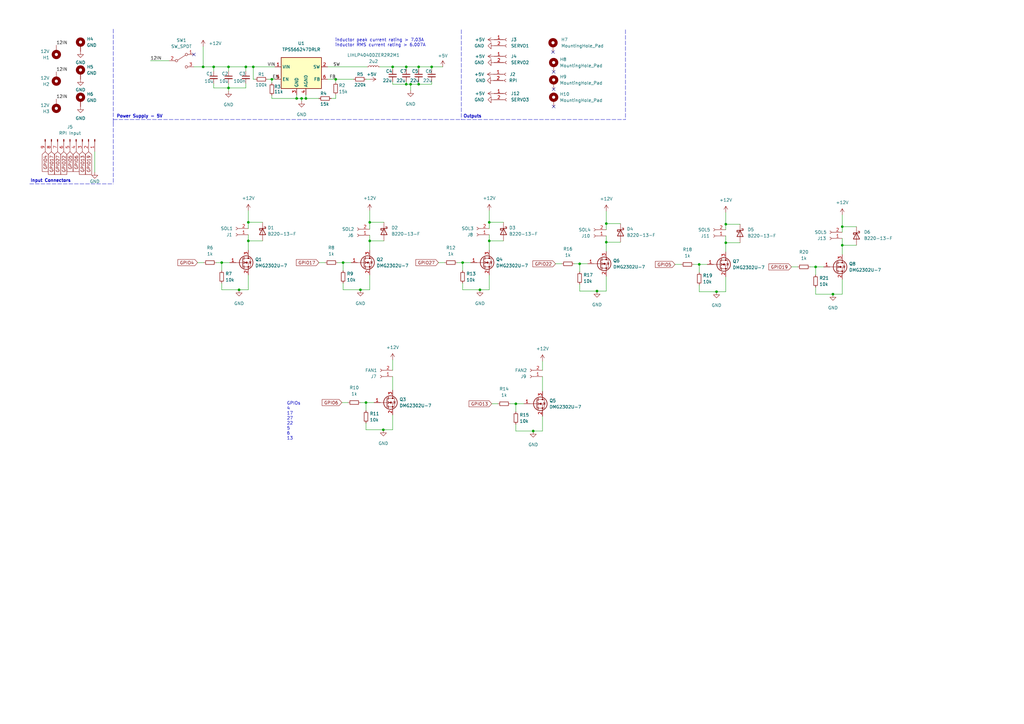
<source format=kicad_sch>
(kicad_sch (version 20211123) (generator eeschema)
  (paper "A3")
  (title_block (title "Main Power Supply/Drivers") (date "2022-10-10") (rev "v5"))
  (lib_symbols
    (symbol "Connector:Conn_01x02_Female" (pin_names (offset 1.016) hide)
      (property "Reference" "J" (at 0 2.54 0))
      (property "Value" "Conn_01x02_Female" (at 0 -5.08 0))
      (symbol "Conn_01x02_Female_1_1"
        (arc (start 0 -2.032) (mid -0.508 -2.54) (end 0 -3.048) (stroke (width 0.1524)))
        (polyline (pts (xy -1.27 -2.54) (xy -0.508 -2.54)) (stroke (width 0.1524)))
        (polyline (pts (xy -1.27 0) (xy -0.508 0)) (stroke (width 0.1524)))
        (arc (start 0 0.508) (mid -0.508 0) (end 0 -0.508) (stroke (width 0.1524)))
        (pin passive line (at -5.08 0 0) (length 3.81) (name "Pin_1") (number "1"))
        (pin passive line (at -5.08 -2.54 0) (length 3.81) (name "Pin_2") (number "2"))
      )
    )
    (symbol "Connector:Conn_01x09_Male" (pin_names (offset 1.016) hide)
      (property "Reference" "J" (at 0 12.7 0))
      (property "Value" "Conn_01x09_Male" (at 0 -12.7 0))
      (symbol "Conn_01x09_Male_1_1"
        (polyline (pts (xy 1.27 -10.16) (xy 0.8636 -10.16)) (stroke (width 0.1524)))
        (polyline (pts (xy 1.27 -7.62) (xy 0.8636 -7.62)) (stroke (width 0.1524)))
        (polyline (pts (xy 1.27 -5.08) (xy 0.8636 -5.08)) (stroke (width 0.1524)))
        (polyline (pts (xy 1.27 -2.54) (xy 0.8636 -2.54)) (stroke (width 0.1524)))
        (polyline (pts (xy 1.27 0) (xy 0.8636 0)) (stroke (width 0.1524)))
        (polyline (pts (xy 1.27 2.54) (xy 0.8636 2.54)) (stroke (width 0.1524)))
        (polyline (pts (xy 1.27 5.08) (xy 0.8636 5.08)) (stroke (width 0.1524)))
        (polyline (pts (xy 1.27 7.62) (xy 0.8636 7.62)) (stroke (width 0.1524)))
        (polyline (pts (xy 1.27 10.16) (xy 0.8636 10.16)) (stroke (width 0.1524)))
        (rectangle (start 0.8636 -10.033) (end 0 -10.287) (stroke (width 0.1524)) (fill (type outline)))
        (rectangle (start 0.8636 -7.493) (end 0 -7.747) (stroke (width 0.1524)) (fill (type outline)))
        (rectangle (start 0.8636 -4.953) (end 0 -5.207) (stroke (width 0.1524)) (fill (type outline)))
        (rectangle (start 0.8636 -2.413) (end 0 -2.667) (stroke (width 0.1524)) (fill (type outline)))
        (rectangle (start 0.8636 0.127) (end 0 -0.127) (stroke (width 0.1524)) (fill (type outline)))
        (rectangle (start 0.8636 2.667) (end 0 2.413) (stroke (width 0.1524)) (fill (type outline)))
        (rectangle (start 0.8636 5.207) (end 0 4.953) (stroke (width 0.1524)) (fill (type outline)))
        (rectangle (start 0.8636 7.747) (end 0 7.493) (stroke (width 0.1524)) (fill (type outline)))
        (rectangle (start 0.8636 10.287) (end 0 10.033) (stroke (width 0.1524)) (fill (type outline)))
        (pin passive line (at 5.08 10.16 180) (length 3.81) (name "Pin_1") (number "1"))
        (pin passive line (at 5.08 7.62 180) (length 3.81) (name "Pin_2") (number "2"))
        (pin passive line (at 5.08 5.08 180) (length 3.81) (name "Pin_3") (number "3"))
        (pin passive line (at 5.08 2.54 180) (length 3.81) (name "Pin_4") (number "4"))
        (pin passive line (at 5.08 0 180) (length 3.81) (name "Pin_5") (number "5"))
        (pin passive line (at 5.08 -2.54 180) (length 3.81) (name "Pin_6") (number "6"))
        (pin passive line (at 5.08 -5.08 180) (length 3.81) (name "Pin_7") (number "7"))
        (pin passive line (at 5.08 -7.62 180) (length 3.81) (name "Pin_8") (number "8"))
        (pin passive line (at 5.08 -10.16 180) (length 3.81) (name "Pin_9") (number "9"))
      )
    )
    (symbol "Device:C_Small" (pin_numbers hide) (pin_names (offset 0.254) hide)
      (property "Reference" "C" (at 0.254 1.778 0))
      (property "Value" "C_Small" (at 0.254 -2.032 0))
      (symbol "C_Small_0_1"
        (polyline (pts (xy -1.524 -0.508) (xy 1.524 -0.508)) (stroke (width 0.3302)))
        (polyline (pts (xy -1.524 0.508) (xy 1.524 0.508)) (stroke (width 0.3048)))
      )
      (symbol "C_Small_1_1"
        (pin passive line (at 0 2.54 270) (length 2.032) (name "~") (number "1"))
        (pin passive line (at 0 -2.54 90) (length 2.032) (name "~") (number "2"))
      )
    )
    (symbol "Device:L_Small" (pin_numbers hide) (pin_names (offset 0.254) hide)
      (property "Reference" "L" (at 0.762 1.016 0))
      (property "Value" "L_Small" (at 0.762 -1.016 0))
      (symbol "L_Small_0_1"
        (arc (start 0 -2.032) (mid 0.508 -1.524) (end 0 -1.016))
        (arc (start 0 -1.016) (mid 0.508 -0.508) (end 0 0))
        (arc (start 0 0) (mid 0.508 0.508) (end 0 1.016))
        (arc (start 0 1.016) (mid 0.508 1.524) (end 0 2.032))
      )
      (symbol "L_Small_1_1"
        (pin passive line (at 0 2.54 270) (length 0.508) (name "~") (number "1"))
        (pin passive line (at 0 -2.54 90) (length 0.508) (name "~") (number "2"))
      )
    )
    (symbol "Device:R_Small" (pin_numbers hide) (pin_names (offset 0.254) hide)
      (property "Reference" "R" (at 0.762 0.508 0))
      (property "Value" "R_Small" (at 0.762 -1.016 0))
      (symbol "R_Small_0_1"
        (rectangle (start -0.762 1.778) (end 0.762 -1.778) (stroke (width 0.2032)))
      )
      (symbol "R_Small_1_1"
        (pin passive line (at 0 2.54 270) (length 0.762) (name "~") (number "1"))
        (pin passive line (at 0 -2.54 90) (length 0.762) (name "~") (number "2"))
      )
    )
    (symbol "Diode:B220" (pin_numbers hide) (pin_names (offset 1.016) hide)
      (property "Reference" "D" (at 0 2.54 0))
      (property "Value" "B220" (at 0 -2.54 0))
      (symbol "B220_0_1"
        (polyline (pts (xy 1.27 0) (xy -1.27 0)))
        (polyline (pts (xy 1.27 1.27) (xy 1.27 -1.27) (xy -1.27 0) (xy 1.27 1.27)) (stroke (width 0.254)))
        (polyline (pts (xy -1.905 0.635) (xy -1.905 1.27) (xy -1.27 1.27) (xy -1.27 -1.27) (xy -0.635 -1.27) (xy -0.635 -0.635)) (stroke (width 0.254)))
      )
      (symbol "B220_1_1"
        (pin passive line (at -3.81 0 0) (length 2.54) (name "K") (number "1"))
        (pin passive line (at 3.81 0 180) (length 2.54) (name "A") (number "2"))
      )
    )
    (symbol "Mechanical:MountingHole_Pad" (pin_numbers hide) (pin_names (offset 1.016) hide)
      (property "Reference" "H" (at 0 6.35 0))
      (property "Value" "MountingHole_Pad" (at 0 4.445 0))
      (symbol "MountingHole_Pad_0_1"
        (circle (center 0 1.27) (radius 1.27) (stroke (width 1.27)))
      )
      (symbol "MountingHole_Pad_1_1"
        (pin input line (at 0 -2.54 90) (length 2.54) (name "1") (number "1"))
      )
    )
    (symbol "Switch:SW_SPDT" (pin_names (offset 0) hide)
      (property "Reference" "SW" (at 0 4.318 0))
      (property "Value" "SW_SPDT" (at 0 -5.08 0))
      (symbol "SW_SPDT_0_0"
        (circle (center -2.032 0) (radius 0.508))
        (circle (center 2.032 -2.54) (radius 0.508))
      )
      (symbol "SW_SPDT_0_1"
        (polyline (pts (xy -1.524 0.254) (xy 1.651 2.286)))
        (circle (center 2.032 2.54) (radius 0.508))
      )
      (symbol "SW_SPDT_1_1"
        (pin passive line (at 5.08 2.54 180) (length 2.54) (name "A") (number "1"))
        (pin passive line (at -5.08 0 0) (length 2.54) (name "B") (number "2"))
        (pin passive line (at 5.08 -2.54 180) (length 2.54) (name "C") (number "3"))
      )
    )
    (symbol "Transistor_FET:DMG2302U" (pin_names hide)
      (property "Reference" "Q" (at 5.08 1.905 0))
      (property "Value" "DMG2302U" (at 5.08 0 0))
      (symbol "DMG2302U_0_1"
        (polyline (pts (xy 0.254 0) (xy -2.54 0)))
        (polyline (pts (xy 0.254 1.905) (xy 0.254 -1.905)) (stroke (width 0.254)))
        (polyline (pts (xy 0.762 -1.27) (xy 0.762 -2.286)) (stroke (width 0.254)))
        (polyline (pts (xy 0.762 0.508) (xy 0.762 -0.508)) (stroke (width 0.254)))
        (polyline (pts (xy 0.762 2.286) (xy 0.762 1.27)) (stroke (width 0.254)))
        (polyline (pts (xy 2.54 2.54) (xy 2.54 1.778)))
        (polyline (pts (xy 2.54 -2.54) (xy 2.54 0) (xy 0.762 0)))
        (polyline (pts (xy 0.762 -1.778) (xy 3.302 -1.778) (xy 3.302 1.778) (xy 0.762 1.778)))
        (polyline (pts (xy 1.016 0) (xy 2.032 0.381) (xy 2.032 -0.381) (xy 1.016 0)) (fill (type outline)))
        (polyline (pts (xy 2.794 0.508) (xy 2.921 0.381) (xy 3.683 0.381) (xy 3.81 0.254)))
        (polyline (pts (xy 3.302 0.381) (xy 2.921 -0.254) (xy 3.683 -0.254) (xy 3.302 0.381)))
        (circle (center 1.651 0) (radius 2.794) (stroke (width 0.254)))
        (circle (center 2.54 -1.778) (radius 0.254) (fill (type outline)))
        (circle (center 2.54 1.778) (radius 0.254) (fill (type outline)))
      )
      (symbol "DMG2302U_1_1"
        (pin input line (at -5.08 0 0) (length 2.54) (name "G") (number "1"))
        (pin passive line (at 2.54 -5.08 90) (length 2.54) (name "S") (number "2"))
        (pin passive line (at 2.54 5.08 270) (length 2.54) (name "D") (number "3"))
      )
    )
    (symbol "my_sym:TPS566247DRLR"
      (property "Reference" "U" (at -7.62 6.35 0))
      (property "Value" "TPS566247DRLR" (at -3.81 6.35 0))
      (symbol "TPS566247DRLR_0_1"
        (rectangle (start -7.62 5.08) (end 8.89 -7.62) (stroke (width 0.254)) (fill (type background)))
      )
      (symbol "TPS566247DRLR_1_1"
        (pin power_in line (at -10.16 1.27 0) (length 2.54) (name "VIN") (number "1"))
        (pin output line (at 11.43 1.27 180) (length 2.54) (name "SW") (number "2"))
        (pin power_in line (at -1.27 -10.16 90) (length 2.54) (name "GND") (number "3"))
        (pin power_in line (at 2.54 -10.16 90) (length 2.54) (name "AGND") (number "4"))
        (pin input line (at -10.16 -3.81 0) (length 2.54) (name "EN") (number "5"))
        (pin input line (at 11.43 -3.81 180) (length 2.54) (name "FB") (number "6"))
      )
    )
    (symbol "power:+12V" (power) (pin_names (offset 0))
      (property "Value" "+12V" (at 0 3.556 0))
      (symbol "+12V_0_1"
        (polyline (pts (xy -0.762 1.27) (xy 0 2.54)))
        (polyline (pts (xy 0 0) (xy 0 2.54)))
        (polyline (pts (xy 0 2.54) (xy 0.762 1.27)))
      )
      (symbol "+12V_1_1"
        (pin power_in line (at 0 0 90) (length 0) hide (name "+12V") (number "1"))
      )
    )
    (symbol "power:+5V" (power) (pin_names (offset 0))
      (property "Value" "+5V" (at 0 3.556 0))
      (symbol "+5V_0_1"
        (polyline (pts (xy -0.762 1.27) (xy 0 2.54)))
        (polyline (pts (xy 0 0) (xy 0 2.54)))
        (polyline (pts (xy 0 2.54) (xy 0.762 1.27)))
      )
      (symbol "+5V_1_1"
        (pin power_in line (at 0 0 90) (length 0) hide (name "+5V") (number "1"))
      )
    )
    (symbol "power:GND" (power) (pin_names (offset 0))
      (property "Value" "GND" (at 0 -3.81 0))
      (symbol "GND_0_1"
        (polyline (pts (xy 0 0) (xy 0 -1.27) (xy 1.27 -1.27) (xy 0 -2.54) (xy -1.27 -1.27) (xy 0 -1.27)))
      )
      (symbol "GND_1_1"
        (pin power_in line (at 0 0 270) (length 0) hide (name "GND") (number "1"))
      )
    )
  )
  (junction (at 293.878 119.634))
  (junction (at 189.738 107.696))
  (junction (at 125.476 40.386))
  (junction (at 345.44 92.964))
  (junction (at 237.744 108.204))
  (junction (at 151.638 91.186))
  (junction (at 150.114 165.1))
  (junction (at 123.698 40.386))
  (junction (at 248.666 99.314))
  (junction (at 90.932 107.696))
  (junction (at 196.85 118.872))
  (junction (at 218.694 176.784))
  (junction (at 297.688 91.948))
  (junction (at 244.856 119.38))
  (junction (at 137.668 32.512))
  (junction (at 93.726 27.432))
  (junction (at 111.506 32.512))
  (junction (at 166.624 34.544))
  (junction (at 171.704 34.544))
  (junction (at 177.038 27.432))
  (junction (at 83.312 27.432))
  (junction (at 345.44 100.584))
  (junction (at 211.582 165.608))
  (junction (at 297.688 99.568))
  (junction (at 200.66 91.186))
  (junction (at 98.044 118.872))
  (junction (at 103.886 27.432))
  (junction (at 334.518 109.474))
  (junction (at 151.638 98.806))
  (junction (at 168.402 34.544))
  (junction (at 171.704 27.432))
  (junction (at 200.66 98.806))
  (junction (at 161.036 27.432))
  (junction (at 101.854 98.806))
  (junction (at 100.838 27.432))
  (junction (at 166.624 27.432))
  (junction (at 140.716 107.696))
  (junction (at 341.63 120.65))
  (junction (at 101.854 91.186))
  (junction (at 157.226 176.276))
  (junction (at 286.766 108.458))
  (junction (at 87.63 27.432))
  (junction (at 248.666 91.694))
  (junction (at 147.828 118.872))
  (junction (at 121.666 40.386))
  (junction (at 93.726 36.068))
  (no_connect (at 79.502 22.352))
  (no_connect (at 227.076 43.688))
  (no_connect (at 227.076 36.576))
  (no_connect (at 227.076 29.464))
  (no_connect (at 226.822 21.336))
  (wire (pts (xy 286.766 108.458) (xy 290.068 108.458)))
  (wire (pts (xy 93.726 36.068) (xy 100.838 36.068)))
  (wire (pts (xy 101.854 98.806) (xy 107.696 98.806)))
  (wire (pts (xy 200.66 96.266) (xy 200.66 98.806)))
  (wire (pts (xy 151.638 86.36) (xy 151.638 91.186)))
  (wire (pts (xy 83.312 19.05) (xy 83.312 27.432)))
  (wire (pts (xy 90.932 116.078) (xy 90.932 118.872)))
  (wire (pts (xy 100.838 27.432) (xy 103.886 27.432)))
  (wire (pts (xy 123.698 40.386) (xy 125.476 40.386)))
  (wire (pts (xy 297.688 99.568) (xy 303.53 99.568)))
  (wire (pts (xy 166.624 33.528) (xy 166.624 34.544)))
  (wire (pts (xy 151.638 112.776) (xy 151.638 118.872)))
  (wire (pts (xy 93.726 27.432) (xy 100.838 27.432)))
  (wire (pts (xy 345.44 97.79) (xy 345.44 100.584)))
  (wire (pts (xy 345.44 100.584) (xy 345.44 104.394)))
  (polyline (pts (xy 12.192 75.438) (xy 46.482 75.438)))
  (wire (pts (xy 81.026 107.696) (xy 83.566 107.696)))
  (wire (pts (xy 104.648 32.512) (xy 103.886 32.512)))
  (wire (pts (xy 112.776 32.512) (xy 111.506 32.512)))
  (wire (pts (xy 211.582 173.99) (xy 211.582 176.784)))
  (wire (pts (xy 111.506 39.116) (xy 111.506 40.386)))
  (wire (pts (xy 177.038 28.448) (xy 177.038 27.432)))
  (wire (pts (xy 98.044 118.872) (xy 101.854 118.872)))
  (wire (pts (xy 200.66 91.186) (xy 200.66 93.726)))
  (wire (pts (xy 237.744 119.38) (xy 244.856 119.38)))
  (wire (pts (xy 345.44 92.964) (xy 351.282 92.964)))
  (wire (pts (xy 171.704 28.448) (xy 171.704 27.432)))
  (wire (pts (xy 137.668 38.862) (xy 137.668 40.386)))
  (wire (pts (xy 100.838 29.21) (xy 100.838 27.432)))
  (wire (pts (xy 171.704 27.432) (xy 177.038 27.432)))
  (wire (pts (xy 211.582 165.608) (xy 211.582 168.91)))
  (wire (pts (xy 334.518 109.474) (xy 334.518 112.776)))
  (wire (pts (xy 209.296 165.608) (xy 211.582 165.608)))
  (wire (pts (xy 150.114 176.276) (xy 157.226 176.276)))
  (wire (pts (xy 125.476 40.386) (xy 130.81 40.386)))
  (polyline (pts (xy 161.798 49.022) (xy 189.23 49.022)))
  (wire (pts (xy 200.66 98.806) (xy 200.66 102.616)))
  (wire (pts (xy 237.744 116.586) (xy 237.744 119.38)))
  (wire (pts (xy 157.226 176.276) (xy 161.036 176.276)))
  (wire (pts (xy 200.66 98.806) (xy 206.502 98.806)))
  (wire (pts (xy 222.504 154.432) (xy 222.504 160.528)))
  (polyline (pts (xy 46.482 49.022) (xy 161.798 49.022)))
  (polyline (pts (xy 46.482 50.292) (xy 46.482 48.768)))
  (wire (pts (xy 151.638 96.52) (xy 151.638 98.806)))
  (wire (pts (xy 79.502 27.432) (xy 83.312 27.432)))
  (polyline (pts (xy 189.23 49.022) (xy 256.54 49.022)))
  (wire (pts (xy 187.452 107.696) (xy 189.738 107.696)))
  (wire (pts (xy 137.668 32.512) (xy 145.034 32.512)))
  (wire (pts (xy 248.666 99.314) (xy 248.666 103.124)))
  (wire (pts (xy 248.666 91.694) (xy 248.666 94.234)))
  (wire (pts (xy 297.688 87.122) (xy 297.688 91.948)))
  (wire (pts (xy 297.688 91.948) (xy 303.53 91.948)))
  (wire (pts (xy 103.886 32.512) (xy 103.886 27.432)))
  (wire (pts (xy 211.582 165.608) (xy 214.884 165.608)))
  (wire (pts (xy 345.44 92.964) (xy 345.44 95.25)))
  (wire (pts (xy 111.506 40.386) (xy 121.666 40.386)))
  (wire (pts (xy 147.828 118.872) (xy 151.638 118.872)))
  (wire (pts (xy 293.878 119.634) (xy 297.688 119.634)))
  (wire (pts (xy 137.668 32.512) (xy 137.668 33.782)))
  (wire (pts (xy 284.48 108.458) (xy 286.766 108.458)))
  (wire (pts (xy 101.854 91.186) (xy 107.696 91.186)))
  (wire (pts (xy 123.698 40.386) (xy 123.698 41.402)))
  (wire (pts (xy 237.744 108.204) (xy 237.744 111.506)))
  (wire (pts (xy 100.838 36.068) (xy 100.838 34.29)))
  (wire (pts (xy 155.702 27.432) (xy 161.036 27.432)))
  (wire (pts (xy 334.518 109.474) (xy 337.82 109.474)))
  (wire (pts (xy 166.624 27.432) (xy 171.704 27.432)))
  (wire (pts (xy 38.862 70.612) (xy 38.862 62.23)))
  (wire (pts (xy 248.666 91.694) (xy 254.508 91.694)))
  (wire (pts (xy 90.932 107.696) (xy 90.932 110.998)))
  (wire (pts (xy 189.738 107.696) (xy 189.738 110.998)))
  (wire (pts (xy 218.694 176.784) (xy 222.504 176.784)))
  (wire (pts (xy 332.232 109.474) (xy 334.518 109.474)))
  (wire (pts (xy 147.828 165.1) (xy 150.114 165.1)))
  (wire (pts (xy 161.036 147.574) (xy 161.036 151.892)))
  (wire (pts (xy 93.726 36.068) (xy 93.726 37.338)))
  (wire (pts (xy 161.036 154.432) (xy 161.036 160.02)))
  (wire (pts (xy 244.856 119.38) (xy 248.666 119.38)))
  (wire (pts (xy 93.726 34.29) (xy 93.726 36.068)))
  (wire (pts (xy 111.506 32.512) (xy 109.728 32.512)))
  (wire (pts (xy 222.504 170.688) (xy 222.504 176.784)))
  (wire (pts (xy 161.036 27.432) (xy 161.036 28.448)))
  (wire (pts (xy 276.86 108.458) (xy 279.4 108.458)))
  (wire (pts (xy 87.63 36.068) (xy 93.726 36.068)))
  (wire (pts (xy 200.66 112.776) (xy 200.66 118.872)))
  (wire (pts (xy 237.744 108.204) (xy 241.046 108.204)))
  (wire (pts (xy 341.63 120.65) (xy 345.44 120.65)))
  (wire (pts (xy 83.312 27.432) (xy 87.63 27.432)))
  (wire (pts (xy 211.582 176.784) (xy 218.694 176.784)))
  (wire (pts (xy 151.638 98.806) (xy 151.638 102.616)))
  (wire (pts (xy 88.646 107.696) (xy 90.932 107.696)))
  (wire (pts (xy 101.854 96.266) (xy 101.854 98.806)))
  (wire (pts (xy 101.854 86.36) (xy 101.854 91.186)))
  (wire (pts (xy 93.726 29.21) (xy 93.726 27.432)))
  (wire (pts (xy 140.716 118.872) (xy 147.828 118.872)))
  (wire (pts (xy 286.766 108.458) (xy 286.766 111.76)))
  (wire (pts (xy 177.038 33.528) (xy 177.038 34.544)))
  (wire (pts (xy 61.722 24.892) (xy 69.342 24.892)))
  (wire (pts (xy 103.886 27.432) (xy 112.776 27.432)))
  (wire (pts (xy 101.854 112.776) (xy 101.854 118.872)))
  (wire (pts (xy 200.66 91.186) (xy 206.502 91.186)))
  (wire (pts (xy 140.208 165.1) (xy 142.748 165.1)))
  (wire (pts (xy 286.766 119.634) (xy 293.878 119.634)))
  (wire (pts (xy 171.704 34.544) (xy 177.038 34.544)))
  (wire (pts (xy 101.854 98.806) (xy 101.854 102.616)))
  (wire (pts (xy 134.366 32.512) (xy 137.668 32.512)))
  (wire (pts (xy 134.366 27.432) (xy 150.622 27.432)))
  (wire (pts (xy 111.506 32.512) (xy 111.506 34.036)))
  (wire (pts (xy 168.402 34.544) (xy 171.704 34.544)))
  (wire (pts (xy 151.638 98.806) (xy 157.48 98.806)))
  (wire (pts (xy 297.688 91.948) (xy 297.688 94.234)))
  (wire (pts (xy 161.036 170.18) (xy 161.036 176.276)))
  (wire (pts (xy 130.81 107.696) (xy 133.35 107.696)))
  (wire (pts (xy 135.89 40.386) (xy 137.668 40.386)))
  (wire (pts (xy 200.66 86.36) (xy 200.66 91.186)))
  (wire (pts (xy 90.932 107.696) (xy 94.234 107.696)))
  (wire (pts (xy 87.63 29.21) (xy 87.63 27.432)))
  (wire (pts (xy 345.44 100.584) (xy 351.282 100.584)))
  (wire (pts (xy 87.63 34.29) (xy 87.63 36.068)))
  (polyline (pts (xy 46.482 50.292) (xy 46.482 75.438)))
  (wire (pts (xy 121.666 38.862) (xy 121.666 40.386)))
  (wire (pts (xy 166.624 27.432) (xy 166.624 28.448)))
  (wire (pts (xy 151.638 91.186) (xy 157.48 91.186)))
  (wire (pts (xy 161.036 34.544) (xy 166.624 34.544)))
  (wire (pts (xy 248.666 99.314) (xy 254.508 99.314)))
  (polyline (pts (xy 189.23 12.192) (xy 189.23 49.022)))
  (wire (pts (xy 140.716 107.696) (xy 144.018 107.696)))
  (wire (pts (xy 189.738 118.872) (xy 196.85 118.872)))
  (wire (pts (xy 235.458 108.204) (xy 237.744 108.204)))
  (wire (pts (xy 140.716 107.696) (xy 140.716 110.998)))
  (wire (pts (xy 222.504 148.082) (xy 222.504 151.892)))
  (wire (pts (xy 101.854 91.186) (xy 101.854 93.726)))
  (wire (pts (xy 324.612 109.474) (xy 327.152 109.474)))
  (wire (pts (xy 125.476 40.386) (xy 125.476 38.862)))
  (polyline (pts (xy 256.54 12.192) (xy 256.54 49.022)))
  (wire (pts (xy 87.63 27.432) (xy 93.726 27.432)))
  (wire (pts (xy 248.666 86.614) (xy 248.666 91.694)))
  (wire (pts (xy 248.666 113.284) (xy 248.666 119.38)))
  (wire (pts (xy 90.932 118.872) (xy 98.044 118.872)))
  (wire (pts (xy 166.624 34.544) (xy 168.402 34.544)))
  (wire (pts (xy 248.666 96.774) (xy 248.666 99.314)))
  (polyline (pts (xy 46.482 37.084) (xy 46.482 49.022)))
  (wire (pts (xy 334.518 120.65) (xy 341.63 120.65)))
  (wire (pts (xy 161.036 33.528) (xy 161.036 34.544)))
  (wire (pts (xy 140.716 116.078) (xy 140.716 118.872)))
  (wire (pts (xy 150.114 165.1) (xy 153.416 165.1)))
  (wire (pts (xy 345.44 88.138) (xy 345.44 92.964)))
  (wire (pts (xy 121.666 40.386) (xy 123.698 40.386)))
  (wire (pts (xy 297.688 99.568) (xy 297.688 103.378)))
  (wire (pts (xy 189.738 116.078) (xy 189.738 118.872)))
  (wire (pts (xy 168.402 34.544) (xy 168.402 37.084)))
  (wire (pts (xy 196.85 118.872) (xy 200.66 118.872)))
  (wire (pts (xy 177.038 27.432) (xy 181.61 27.432)))
  (wire (pts (xy 227.838 108.204) (xy 230.378 108.204)))
  (wire (pts (xy 201.676 165.608) (xy 204.216 165.608)))
  (wire (pts (xy 150.114 165.1) (xy 150.114 168.402)))
  (wire (pts (xy 286.766 116.84) (xy 286.766 119.634)))
  (polyline (pts (xy 46.482 11.938) (xy 46.482 37.084)))
  (wire (pts (xy 334.518 117.856) (xy 334.518 120.65)))
  (wire (pts (xy 345.44 114.554) (xy 345.44 120.65)))
  (wire (pts (xy 161.036 27.432) (xy 166.624 27.432)))
  (wire (pts (xy 189.738 107.696) (xy 193.04 107.696)))
  (wire (pts (xy 150.114 32.512) (xy 151.638 32.512)))
  (wire (pts (xy 297.688 113.538) (xy 297.688 119.634)))
  (wire (pts (xy 150.114 173.482) (xy 150.114 176.276)))
  (wire (pts (xy 171.704 34.544) (xy 171.704 33.528)))
  (wire (pts (xy 138.43 107.696) (xy 140.716 107.696)))
  (wire (pts (xy 297.688 96.774) (xy 297.688 99.568)))
  (wire (pts (xy 151.638 91.186) (xy 151.638 93.98)))
  (wire (pts (xy 179.832 107.696) (xy 182.372 107.696)))
  (text "Power Supply - 5V" (at 47.752 48.514 0) (effects (font (size 1.27 1.27) (thickness 0.254) bold) (justify left bottom)))
  (text "Input Connectors" (at 12.446 74.93 0) (effects (font (size 1.27 1.27) (thickness 0.254) bold) (justify left bottom)))
  (text "Outputs" (at 189.992 48.514 0) (effects (font (size 1.27 1.27) bold) (justify left bottom)))
  (text "inductor peak current rating > 7.03A\ninductor RMS current rating > 6.007A\n" (at 137.414 19.304 0) (effects (font (size 1.27 1.27)) (justify left bottom)))
  (text "GPIOs\n4\n17\n27\n22\n5\n6\n13\n" (at 117.602 180.594 0) (effects (font (size 1.27 1.27)) (justify left bottom)))
  (label "12IN" (at 23.114 18.542 0))
  (label "VIN" (at 109.728 27.432 0))
  (label "SW" (at 136.652 27.432 0))
  (label "FB" (at 135.128 32.512 0))
  (label "12IN" (at 23.114 29.464 0))
  (label "12IN" (at 23.114 40.64 0))
  (label "EN" (at 111.76 32.512 0))
  (label "12IN" (at 61.722 24.892 0))
  (global_label "GPIO6" (shape input) (at 31.242 62.23 270) (property "Intersheet References" "${INTERSHEET_REFS}" (effects hide)))
  (global_label "GPIO22" (shape input) (at 227.838 108.204 180) (property "Intersheet References" "${INTERSHEET_REFS}" (effects hide)))
  (global_label "GPIO17" (shape input) (at 130.81 107.696 180) (property "Intersheet References" "${INTERSHEET_REFS}" (effects hide)))
  (global_label "GPIO19" (shape input) (at 36.322 62.23 270) (property "Intersheet References" "${INTERSHEET_REFS}" (effects hide)))
  (global_label "GPIO4" (shape input) (at 18.542 62.23 270) (property "Intersheet References" "${INTERSHEET_REFS}" (effects hide)))
  (global_label "GPIO22" (shape input) (at 26.162 62.23 270) (property "Intersheet References" "${INTERSHEET_REFS}" (effects hide)))
  (global_label "GPIO17" (shape input) (at 21.082 62.23 270) (property "Intersheet References" "${INTERSHEET_REFS}" (effects hide)))
  (global_label "GPIO13" (shape input) (at 33.782 62.23 270) (property "Intersheet References" "${INTERSHEET_REFS}" (effects hide)))
  (global_label "GPIO6" (shape input) (at 140.208 165.1 180) (property "Intersheet References" "${INTERSHEET_REFS}" (effects hide)))
  (global_label "GPIO13" (shape input) (at 201.676 165.608 180) (property "Intersheet References" "${INTERSHEET_REFS}" (effects hide)))
  (global_label "GPIO19" (shape input) (at 324.612 109.474 180) (property "Intersheet References" "${INTERSHEET_REFS}" (effects hide)))
  (global_label "GPIO27" (shape input) (at 179.832 107.696 180) (property "Intersheet References" "${INTERSHEET_REFS}" (effects hide)))
  (global_label "GPIO5" (shape input) (at 28.702 62.23 270) (property "Intersheet References" "${INTERSHEET_REFS}" (effects hide)))
  (global_label "GPIO5" (shape input) (at 276.86 108.458 180) (property "Intersheet References" "${INTERSHEET_REFS}" (effects hide)))
  (global_label "GPIO4" (shape input) (at 81.026 107.696 180) (property "Intersheet References" "${INTERSHEET_REFS}" (effects hide)))
  (global_label "GPIO27" (shape input) (at 23.622 62.23 270) (property "Intersheet References" "${INTERSHEET_REFS}" (effects hide)))
  (symbol (lib_id "Connector:Conn_01x02_Female") (at 155.956 154.432 180) (unit 1)
    (property "Reference" "J7" (at 154.432 154.432 0) (effects (justify left)))
    (property "Value" "FAN1" (at 154.686 151.8921 0) (effects (justify left)))
    (property "Footprint" "my_foot:PinHeader_1x02_P5.00mm" (effects hide))
  )
  (symbol (lib_id "power:GND") (at 202.692 25.654 270) (unit 1)
    (property "Reference" "#PWR0116" (effects hide))
    (property "Value" "GND" (at 198.628 25.6539 90) (effects (justify right)))
  )
  (symbol (lib_id "Device:R_Small") (at 232.918 108.204 90) (unit 1)
    (property "Reference" "R16" (at 232.918 102.108 90))
    (property "Value" "1k" (at 232.918 104.648 90))
    (property "Footprint" "Resistor_SMD:R_0805_2012Metric" (effects hide))
  )
  (symbol (lib_id "Device:R_Small") (at 140.716 113.538 180) (unit 1)
    (property "Reference" "R9" (at 142.24 112.2679 0) (effects (justify right)))
    (property "Value" "10k" (at 142.24 114.8079 0) (effects (justify right)))
    (property "Footprint" "Resistor_SMD:R_0805_2012Metric" (effects hide))
  )
  (symbol (lib_id "Mechanical:MountingHole_Pad") (at 23.114 43.18 180) (unit 1)
    (property "Reference" "H3" (at 20.32 45.7201 0) (effects (justify left)))
    (property "Value" "12V" (at 20.32 43.1801 0) (effects (justify left)))
    (property "Footprint" "MountingHole:MountingHole_2.2mm_M2_DIN965_Pad" (effects hide))
  )
  (symbol (lib_id "Device:R_Small") (at 237.744 114.046 180) (unit 1)
    (property "Reference" "R17" (at 239.268 112.7759 0) (effects (justify right)))
    (property "Value" "10k" (at 239.268 115.3159 0) (effects (justify right)))
    (property "Footprint" "Resistor_SMD:R_0805_2012Metric" (effects hide))
  )
  (symbol (lib_id "Connector:Conn_01x02_Female") (at 195.58 96.266 180) (unit 1)
    (property "Reference" "J8" (at 194.056 96.266 0) (effects (justify left)))
    (property "Value" "SOL3" (at 194.31 93.7261 0) (effects (justify left)))
    (property "Footprint" "my_foot:PinHeader_1x02_P5.00mm" (effects hide))
  )
  (symbol (lib_id "Mechanical:MountingHole_Pad") (at 227.076 34.036 0) (unit 1)
    (property "Reference" "H9" (at 229.616 31.4959 0) (effects (justify left)))
    (property "Value" "MountingHole_Pad" (at 229.616 34.0359 0) (effects (justify left)))
    (property "Footprint" "MountingHole:MountingHole_3.2mm_M3_DIN965_Pad" (effects hide))
  )
  (symbol (lib_id "power:GND") (at 93.726 37.338 0) (unit 1)
    (property "Reference" "#PWR0102" (effects hide))
    (property "Value" "GND" (at 93.726 42.926 0))
  )
  (symbol (lib_id "power:+12V") (at 345.44 88.138 0) (unit 1)
    (property "Reference" "#PWR0124" (effects hide))
    (property "Value" "+12V" (at 345.44 83.058 0))
  )
  (symbol (lib_id "my_sym:TPS566247DRLR") (at 122.936 28.702 0) (unit 1)
    (property "Reference" "U1" (at 123.571 17.78 0))
    (property "Value" "TPS566247DRLR" (at 123.571 20.32 0))
    (property "Footprint" "Package_TO_SOT_SMD:SOT-563" (effects hide))
    (property "Datasheet" "http://www.ti.com/lit/ds/symlink/tps563200.pdf" (effects hide))
  )
  (symbol (lib_id "power:+5V") (at 151.638 32.512 270) (unit 1)
    (property "Reference" "#PWR0103" (effects hide))
    (property "Value" "+5V" (at 152.4 30.48 90))
  )
  (symbol (lib_id "Device:R_Small") (at 334.518 115.316 180) (unit 1)
    (property "Reference" "R21" (at 336.042 114.0459 0) (effects (justify right)))
    (property "Value" "10k" (at 336.042 116.5859 0) (effects (justify right)))
    (property "Footprint" "Resistor_SMD:R_0805_2012Metric" (effects hide))
  )
  (symbol (lib_id "Connector:Conn_01x02_Female") (at 207.772 16.256 0) (unit 1)
    (property "Reference" "J3" (at 209.55 16.2559 0) (effects (justify left)))
    (property "Value" "SERVO1" (at 209.55 18.7959 0) (effects (justify left)))
    (property "Footprint" "my_foot:PinHeader_1x02_P5.00mm" (effects hide))
  )
  (symbol (lib_id "Transistor_FET:DMG2302U") (at 342.9 109.474 0) (unit 1)
    (property "Reference" "Q8" (at 348.234 108.2039 0) (effects (justify left)))
    (property "Value" "DMG2302U-7" (at 348.234 110.7439 0) (effects (justify left)))
    (property "Footprint" "Package_TO_SOT_SMD:SOT-23" (effects hide))
    (property "Datasheet" "http://www.diodes.com/assets/Datasheets/DMG2302U.pdf" (effects hide))
  )
  (symbol (lib_id "Device:R_Small") (at 145.288 165.1 90) (unit 1)
    (property "Reference" "R10" (at 145.288 159.004 90))
    (property "Value" "1k" (at 145.288 161.544 90))
    (property "Footprint" "Resistor_SMD:R_0805_2012Metric" (effects hide))
  )
  (symbol (lib_id "Device:C_Small") (at 177.038 30.988 0) (unit 1)
    (property "Reference" "C6" (at 174.498 29.21 0) (effects (justify left)))
    (property "Value" "22u" (at 173.482 33.02 0) (effects (justify left)))
    (property "Footprint" "Capacitor_SMD:C_1210_3225Metric" (effects hide))
  )
  (symbol (lib_id "power:GND") (at 98.044 118.872 0) (unit 1)
    (property "Reference" "#PWR0108" (effects hide))
    (property "Value" "GND" (at 98.044 124.46 0))
  )
  (symbol (lib_id "Device:C_Small") (at 100.838 31.75 0) (unit 1)
    (property "Reference" "C3" (at 98.044 30.226 0) (effects (justify left)))
    (property "Value" "100n" (at 95.758 33.274 0) (effects (justify left)))
    (property "Footprint" "Capacitor_SMD:C_0603_1608Metric" (effects hide))
  )
  (symbol (lib_id "Connector:Conn_01x02_Female") (at 207.772 38.354 0) (unit 1)
    (property "Reference" "J12" (at 209.55 38.3539 0) (effects (justify left)))
    (property "Value" "SERVO3" (at 209.55 40.8939 0) (effects (justify left)))
    (property "Footprint" "my_foot:PinHeader_1x02_P5.00mm" (effects hide))
  )
  (symbol (lib_id "Device:R_Small") (at 281.94 108.458 90) (unit 1)
    (property "Reference" "R18" (at 281.94 102.362 90))
    (property "Value" "1k" (at 281.94 104.902 90))
    (property "Footprint" "Resistor_SMD:R_0805_2012Metric" (effects hide))
  )
  (symbol (lib_id "Mechanical:MountingHole_Pad") (at 33.02 18.542 0) (unit 1)
    (property "Reference" "H4" (at 35.56 16.0019 0) (effects (justify left)))
    (property "Value" "GND" (at 35.56 18.5419 0) (effects (justify left)))
    (property "Footprint" "MountingHole:MountingHole_2.2mm_M2_DIN965_Pad" (effects hide))
  )
  (symbol (lib_id "Device:R_Small") (at 86.106 107.696 90) (unit 1)
    (property "Reference" "R6" (at 86.106 101.6 90))
    (property "Value" "1k" (at 86.106 104.14 90))
    (property "Footprint" "Resistor_SMD:R_0805_2012Metric" (effects hide))
  )
  (symbol (lib_id "power:GND") (at 123.698 41.402 0) (unit 1)
    (property "Reference" "#PWR0101" (effects hide))
    (property "Value" "GND" (at 123.698 46.99 0))
  )
  (symbol (lib_id "Transistor_FET:DMG2302U") (at 295.148 108.458 0) (unit 1)
    (property "Reference" "Q7" (at 300.482 107.1879 0) (effects (justify left)))
    (property "Value" "DMG2302U-7" (at 300.482 109.7279 0) (effects (justify left)))
    (property "Footprint" "Package_TO_SOT_SMD:SOT-23" (effects hide))
    (property "Datasheet" "http://www.diodes.com/assets/Datasheets/DMG2302U.pdf" (effects hide))
  )
  (symbol (lib_id "power:GND") (at 33.02 32.512 0) (unit 1)
    (property "Reference" "#PWR0129" (effects hide))
    (property "Value" "GND" (at 33.02 36.83 0))
  )
  (symbol (lib_id "Diode:B220") (at 254.508 95.504 270) (unit 1)
    (property "Reference" "D4" (at 257.048 93.9164 90) (effects (justify left)))
    (property "Value" "B220-13-F" (at 257.048 96.4564 90) (effects (justify left)))
    (property "Footprint" "Diode_SMD:D_SMB" (effects hide))
    (property "Datasheet" "http://www.jameco.com/Jameco/Products/ProdDS/1538777.pdf" (effects hide))
  )
  (symbol (lib_id "power:GND") (at 244.856 119.38 0) (unit 1)
    (property "Reference" "#PWR0125" (effects hide))
    (property "Value" "GND" (at 244.856 124.968 0))
  )
  (symbol (lib_id "Transistor_FET:DMG2302U") (at 99.314 107.696 0) (unit 1)
    (property "Reference" "Q1" (at 104.648 106.4259 0) (effects (justify left)))
    (property "Value" "DMG2302U-7" (at 104.648 108.9659 0) (effects (justify left)))
    (property "Footprint" "Package_TO_SOT_SMD:SOT-23" (effects hide))
    (property "Datasheet" "http://www.diodes.com/assets/Datasheets/DMG2302U.pdf" (effects hide))
  )
  (symbol (lib_id "Connector:Conn_01x02_Female") (at 146.558 96.52 180) (unit 1)
    (property "Reference" "J6" (at 145.034 96.52 0) (effects (justify left)))
    (property "Value" "SOL2" (at 145.288 93.9801 0) (effects (justify left)))
    (property "Footprint" "my_foot:PinHeader_1x02_P5.00mm" (effects hide))
  )
  (symbol (lib_id "Mechanical:MountingHole_Pad") (at 33.02 41.148 0) (unit 1)
    (property "Reference" "H6" (at 35.56 38.6079 0) (effects (justify left)))
    (property "Value" "GND" (at 35.56 41.1479 0) (effects (justify left)))
    (property "Footprint" "MountingHole:MountingHole_2.2mm_M2_DIN965_Pad" (effects hide))
  )
  (symbol (lib_id "power:GND") (at 168.402 37.084 0) (unit 1)
    (property "Reference" "#PWR0104" (effects hide))
    (property "Value" "GND" (at 168.402 42.672 0))
  )
  (symbol (lib_id "Switch:SW_SPDT") (at 74.422 24.892 0) (unit 1)
    (property "Reference" "SW1" (at 74.422 16.51 0))
    (property "Value" "SW_SPDT" (at 74.422 19.05 0))
    (property "Footprint" "my_foot:remote switch" (effects hide))
  )
  (symbol (lib_id "Device:C_Small") (at 171.704 30.988 0) (unit 1)
    (property "Reference" "C5" (at 168.91 29.21 0) (effects (justify left)))
    (property "Value" "22u" (at 168.148 33.02 0) (effects (justify left)))
    (property "Footprint" "Capacitor_SMD:C_1210_3225Metric" (effects hide))
  )
  (symbol (lib_id "power:+12V") (at 200.66 86.36 0) (unit 1)
    (property "Reference" "#PWR0120" (effects hide))
    (property "Value" "+12V" (at 200.66 81.28 0))
  )
  (symbol (lib_id "Transistor_FET:DMG2302U") (at 246.126 108.204 0) (unit 1)
    (property "Reference" "Q6" (at 251.46 106.9339 0) (effects (justify left)))
    (property "Value" "DMG2302U-7" (at 251.46 109.4739 0) (effects (justify left)))
    (property "Footprint" "Package_TO_SOT_SMD:SOT-23" (effects hide))
    (property "Datasheet" "http://www.diodes.com/assets/Datasheets/DMG2302U.pdf" (effects hide))
  )
  (symbol (lib_id "power:GND") (at 33.02 43.688 0) (unit 1)
    (property "Reference" "#PWR0127" (effects hide))
    (property "Value" "GND" (at 33.02 48.514 0))
  )
  (symbol (lib_id "power:+5V") (at 202.692 23.114 90) (unit 1)
    (property "Reference" "#PWR0118" (effects hide))
    (property "Value" "+5V" (at 198.882 23.1139 90) (effects (justify left)))
  )
  (symbol (lib_id "power:GND") (at 202.692 40.894 270) (unit 1)
    (property "Reference" "#PWR0115" (effects hide))
    (property "Value" "GND" (at 198.628 40.8939 90) (effects (justify right)))
  )
  (symbol (lib_id "Device:C_Small") (at 166.624 30.988 0) (unit 1)
    (property "Reference" "C7" (at 164.084 29.21 0) (effects (justify left)))
    (property "Value" "22u" (at 162.56 33.02 0) (effects (justify left)))
    (property "Footprint" "Capacitor_SMD:C_1210_3225Metric" (effects hide))
  )
  (symbol (lib_id "Connector:Conn_01x02_Female") (at 96.774 96.266 180) (unit 1)
    (property "Reference" "J1" (at 95.25 96.266 0) (effects (justify left)))
    (property "Value" "SOL1" (at 95.504 93.7261 0) (effects (justify left)))
    (property "Footprint" "my_foot:PinHeader_1x02_P5.00mm" (effects hide))
  )
  (symbol (lib_id "power:+12V") (at 151.638 86.36 0) (unit 1)
    (property "Reference" "#PWR0106" (effects hide))
    (property "Value" "+12V" (at 151.638 81.28 0))
  )
  (symbol (lib_id "Device:R_Small") (at 147.574 32.512 90) (unit 1)
    (property "Reference" "R5" (at 146.304 30.48 90) (effects (justify right)))
    (property "Value" "220k" (at 145.288 34.798 90) (effects (justify right)))
    (property "Footprint" "Resistor_SMD:R_1206_3216Metric" (effects hide))
  )
  (symbol (lib_id "power:+12V") (at 248.666 86.614 0) (unit 1)
    (property "Reference" "#PWR0121" (effects hide))
    (property "Value" "+12V" (at 248.666 81.534 0))
  )
  (symbol (lib_id "power:+5V") (at 202.692 16.256 90) (unit 1)
    (property "Reference" "#PWR0119" (effects hide))
    (property "Value" "+5V" (at 198.882 16.2559 90) (effects (justify left)))
  )
  (symbol (lib_id "Diode:B220") (at 107.696 94.996 270) (unit 1)
    (property "Reference" "D1" (at 109.728 93.4084 90) (effects (justify left)))
    (property "Value" "B220-13-F" (at 109.728 95.9484 90) (effects (justify left)))
    (property "Footprint" "Diode_SMD:D_SMB" (effects hide))
    (property "Datasheet" "http://www.jameco.com/Jameco/Products/ProdDS/1538777.pdf" (effects hide))
  )
  (symbol (lib_id "Mechanical:MountingHole_Pad") (at 227.076 41.148 0) (unit 1)
    (property "Reference" "H10" (at 229.616 38.6079 0) (effects (justify left)))
    (property "Value" "MountingHole_Pad" (at 229.616 41.1479 0) (effects (justify left)))
    (property "Footprint" "MountingHole:MountingHole_3.2mm_M3_DIN965_Pad" (effects hide))
  )
  (symbol (lib_id "Connector:Conn_01x09_Male") (at 28.702 57.15 270) (unit 1)
    (property "Reference" "J5" (at 28.702 52.07 90))
    (property "Value" "RPI Input" (at 28.702 54.61 90))
    (property "Footprint" "Connector_PinHeader_2.54mm:PinHeader_1x09_P2.54mm_Vertical" (effects hide))
  )
  (symbol (lib_id "Connector:Conn_01x02_Female") (at 292.608 96.774 180) (unit 1)
    (property "Reference" "J11" (at 291.084 96.774 0) (effects (justify left)))
    (property "Value" "SOL5" (at 291.338 94.2341 0) (effects (justify left)))
    (property "Footprint" "my_foot:PinHeader_1x02_P5.00mm" (effects hide))
  )
  (symbol (lib_id "Device:R_Small") (at 135.89 107.696 90) (unit 1)
    (property "Reference" "R8" (at 135.89 101.6 90))
    (property "Value" "1k" (at 135.89 104.14 90))
    (property "Footprint" "Resistor_SMD:R_0805_2012Metric" (effects hide))
  )
  (symbol (lib_id "power:GND") (at 157.226 176.276 0) (unit 1)
    (property "Reference" "#PWR0111" (effects hide))
    (property "Value" "GND" (at 157.226 181.864 0))
  )
  (symbol (lib_id "Device:R_Small") (at 286.766 114.3 180) (unit 1)
    (property "Reference" "R19" (at 288.29 113.0299 0) (effects (justify right)))
    (property "Value" "10k" (at 288.29 115.5699 0) (effects (justify right)))
    (property "Footprint" "Resistor_SMD:R_0805_2012Metric" (effects hide))
  )
  (symbol (lib_id "Transistor_FET:DMG2302U") (at 158.496 165.1 0) (unit 1)
    (property "Reference" "Q3" (at 163.83 163.8299 0) (effects (justify left)))
    (property "Value" "DMG2302U-7" (at 163.83 166.3699 0) (effects (justify left)))
    (property "Footprint" "Package_TO_SOT_SMD:SOT-23" (effects hide))
    (property "Datasheet" "http://www.diodes.com/assets/Datasheets/DMG2302U.pdf" (effects hide))
  )
  (symbol (lib_id "power:+5V") (at 202.692 38.354 90) (unit 1)
    (property "Reference" "#PWR0113" (effects hide))
    (property "Value" "+5V" (at 198.882 38.3539 90) (effects (justify left)))
  )
  (symbol (lib_id "Mechanical:MountingHole_Pad") (at 226.822 18.796 0) (unit 1)
    (property "Reference" "H7" (at 230.124 16.2559 0) (effects (justify left)))
    (property "Value" "MountingHole_Pad" (at 230.124 18.7959 0) (effects (justify left)))
    (property "Footprint" "MountingHole:MountingHole_3.2mm_M3_DIN965_Pad" (effects hide))
  )
  (symbol (lib_id "power:+12V") (at 161.036 147.574 0) (unit 1)
    (property "Reference" "#PWR0110" (effects hide))
    (property "Value" "+12V" (at 161.036 142.494 0))
  )
  (symbol (lib_id "Connector:Conn_01x02_Female") (at 243.586 96.774 180) (unit 1)
    (property "Reference" "J10" (at 242.062 96.774 0) (effects (justify left)))
    (property "Value" "SOL4" (at 242.316 94.2341 0) (effects (justify left)))
    (property "Footprint" "my_foot:PinHeader_1x02_P5.00mm" (effects hide))
  )
  (symbol (lib_id "Diode:B220") (at 351.282 96.774 270) (unit 1)
    (property "Reference" "D6" (at 354.33 95.1864 90) (effects (justify left)))
    (property "Value" "B220-13-F" (at 354.33 97.7264 90) (effects (justify left)))
    (property "Footprint" "Diode_SMD:D_SMB" (effects hide))
    (property "Datasheet" "http://www.jameco.com/Jameco/Products/ProdDS/1538777.pdf" (effects hide))
  )
  (symbol (lib_id "Device:R_Small") (at 206.756 165.608 90) (unit 1)
    (property "Reference" "R14" (at 206.756 159.512 90))
    (property "Value" "1k" (at 206.756 162.052 90))
    (property "Footprint" "Resistor_SMD:R_0805_2012Metric" (effects hide))
  )
  (symbol (lib_id "Transistor_FET:DMG2302U") (at 149.098 107.696 0) (unit 1)
    (property "Reference" "Q2" (at 154.432 106.4259 0) (effects (justify left)))
    (property "Value" "DMG2302U-7" (at 154.432 108.9659 0) (effects (justify left)))
    (property "Footprint" "Package_TO_SOT_SMD:SOT-23" (effects hide))
    (property "Datasheet" "http://www.diodes.com/assets/Datasheets/DMG2302U.pdf" (effects hide))
  )
  (symbol (lib_id "power:GND") (at 202.438 33.02 270) (unit 1)
    (property "Reference" "#PWR0114" (effects hide))
    (property "Value" "GND" (at 199.136 33.0199 90) (effects (justify right)))
  )
  (symbol (lib_id "power:GND") (at 202.692 18.796 270) (unit 1)
    (property "Reference" "#PWR0117" (effects hide))
    (property "Value" "GND" (at 198.628 18.7959 90) (effects (justify right)))
  )
  (symbol (lib_id "Device:L_Small") (at 153.162 27.432 90) (unit 1)
    (property "Reference" "LIHLP4040DZER2R2M1" (at 153.162 22.606 90))
    (property "Value" "2u2" (at 153.162 25.146 90))
    (property "Footprint" "Inductor_SMD:L_Vishay_IHLP-4040" (effects hide))
  )
  (symbol (lib_id "Diode:B220") (at 157.48 94.996 270) (unit 1)
    (property "Reference" "D2" (at 160.528 93.4084 90) (effects (justify left)))
    (property "Value" "B220-13-F" (at 160.528 95.9484 90) (effects (justify left)))
    (property "Footprint" "Diode_SMD:D_SMB" (effects hide))
    (property "Datasheet" "http://www.jameco.com/Jameco/Products/ProdDS/1538777.pdf" (effects hide))
  )
  (symbol (lib_id "Mechanical:MountingHole_Pad") (at 227.076 26.924 0) (unit 1)
    (property "Reference" "H8" (at 229.616 24.3839 0) (effects (justify left)))
    (property "Value" "MountingHole_Pad" (at 229.616 26.9239 0) (effects (justify left)))
    (property "Footprint" "MountingHole:MountingHole_3.2mm_M3_DIN965_Pad" (effects hide))
  )
  (symbol (lib_id "Device:R_Small") (at 107.188 32.512 90) (unit 1)
    (property "Reference" "R1" (at 107.188 30.48 90))
    (property "Value" "100k" (at 107.188 34.798 90))
    (property "Footprint" "Resistor_SMD:R_0603_1608Metric" (effects hide))
  )
  (symbol (lib_id "Transistor_FET:DMG2302U") (at 198.12 107.696 0) (unit 1)
    (property "Reference" "Q4" (at 203.454 106.4259 0) (effects (justify left)))
    (property "Value" "DMG2302U-7" (at 203.454 108.9659 0) (effects (justify left)))
    (property "Footprint" "Package_TO_SOT_SMD:SOT-23" (effects hide))
    (property "Datasheet" "http://www.diodes.com/assets/Datasheets/DMG2302U.pdf" (effects hide))
  )
  (symbol (lib_id "Device:R_Small") (at 137.668 36.322 180) (unit 1)
    (property "Reference" "R2" (at 138.938 35.052 0) (effects (justify right)))
    (property "Value" "15k" (at 138.938 37.592 0) (effects (justify right)))
    (property "Footprint" "Resistor_SMD:R_0603_1608Metric" (effects hide))
  )
  (symbol (lib_id "Device:C_Small") (at 87.63 31.75 0) (unit 1)
    (property "Reference" "C1" (at 84.582 30.226 0) (effects (justify left)))
    (property "Value" "10u" (at 83.82 33.274 0) (effects (justify left)))
    (property "Footprint" "Capacitor_SMD:C_1206_3216Metric" (effects hide))
  )
  (symbol (lib_id "power:+12V") (at 101.854 86.36 0) (unit 1)
    (property "Reference" "#PWR0107" (effects hide))
    (property "Value" "+12V" (at 101.854 81.28 0))
  )
  (symbol (lib_id "Connector:Conn_01x02_Female") (at 340.36 97.79 180) (unit 1)
    (property "Reference" "J13" (at 338.836 97.79 0) (effects (justify left)))
    (property "Value" "SOL5" (at 339.09 95.2501 0) (effects (justify left)))
    (property "Footprint" "my_foot:PinHeader_1x02_P5.00mm" (effects hide))
  )
  (symbol (lib_id "power:GND") (at 196.85 118.872 0) (unit 1)
    (property "Reference" "#PWR0130" (effects hide))
    (property "Value" "GND" (at 196.85 124.46 0))
  )
  (symbol (lib_id "Mechanical:MountingHole_Pad") (at 23.114 21.082 180) (unit 1)
    (property "Reference" "H1" (at 20.32 23.6221 0) (effects (justify left)))
    (property "Value" "12V" (at 20.32 21.0821 0) (effects (justify left)))
    (property "Footprint" "MountingHole:MountingHole_2.2mm_M2_DIN965_Pad" (effects hide))
  )
  (symbol (lib_id "Connector:Conn_01x02_Female") (at 207.518 30.48 0) (unit 1)
    (property "Reference" "J2" (at 209.042 30.48 0) (effects (justify left)))
    (property "Value" "RPI" (at 208.788 33.0199 0) (effects (justify left)))
    (property "Footprint" "my_foot:PinHeader_1x02_P5.00mm" (effects hide))
  )
  (symbol (lib_id "Device:R_Small") (at 111.506 36.576 180) (unit 1)
    (property "Reference" "R3" (at 113.792 35.56 0))
    (property "Value" "11k" (at 114.3 37.592 0))
    (property "Footprint" "Resistor_SMD:R_0603_1608Metric" (effects hide))
  )
  (symbol (lib_id "Device:R_Small") (at 211.582 171.45 180) (unit 1)
    (property "Reference" "R15" (at 213.106 170.1799 0) (effects (justify right)))
    (property "Value" "10k" (at 213.106 172.7199 0) (effects (justify right)))
    (property "Footprint" "Resistor_SMD:R_0805_2012Metric" (effects hide))
  )
  (symbol (lib_id "power:GND") (at 293.878 119.634 0) (unit 1)
    (property "Reference" "#PWR0123" (effects hide))
    (property "Value" "GND" (at 293.878 125.222 0))
  )
  (symbol (lib_id "power:GND") (at 218.694 176.784 0) (unit 1)
    (property "Reference" "#PWR0131" (effects hide))
    (property "Value" "GND" (at 218.694 182.372 0))
  )
  (symbol (lib_id "Device:C_Small") (at 161.036 30.988 0) (unit 1)
    (property "Reference" "C4" (at 158.242 29.21 0) (effects (justify left)))
    (property "Value" "22u" (at 156.972 33.02 0) (effects (justify left)))
    (property "Footprint" "Capacitor_SMD:C_1210_3225Metric" (effects hide))
  )
  (symbol (lib_id "Device:R_Small") (at 133.35 40.386 90) (unit 1)
    (property "Reference" "R4" (at 131.318 38.354 90) (effects (justify right)))
    (property "Value" "15k" (at 131.318 42.672 90) (effects (justify right)))
    (property "Footprint" "Resistor_SMD:R_0603_1608Metric" (effects hide))
  )
  (symbol (lib_id "power:+5V") (at 202.438 30.48 90) (unit 1)
    (property "Reference" "#PWR0112" (effects hide))
    (property "Value" "+5V" (at 198.628 30.4799 90) (effects (justify left)))
  )
  (symbol (lib_id "Device:R_Small") (at 189.738 113.538 180) (unit 1)
    (property "Reference" "R13" (at 191.262 112.2679 0) (effects (justify right)))
    (property "Value" "10k" (at 191.262 114.8079 0) (effects (justify right)))
    (property "Footprint" "Resistor_SMD:R_0805_2012Metric" (effects hide))
  )
  (symbol (lib_id "Mechanical:MountingHole_Pad") (at 33.02 29.972 0) (unit 1)
    (property "Reference" "H5" (at 35.56 27.4319 0) (effects (justify left)))
    (property "Value" "GND" (at 35.56 29.9719 0) (effects (justify left)))
    (property "Footprint" "MountingHole:MountingHole_2.2mm_M2_DIN965_Pad" (effects hide))
  )
  (symbol (lib_id "Diode:B220") (at 303.53 95.758 270) (unit 1)
    (property "Reference" "D5" (at 306.578 94.1704 90) (effects (justify left)))
    (property "Value" "B220-13-F" (at 306.578 96.7104 90) (effects (justify left)))
    (property "Footprint" "Diode_SMD:D_SMB" (effects hide))
    (property "Datasheet" "http://www.jameco.com/Jameco/Products/ProdDS/1538777.pdf" (effects hide))
  )
  (symbol (lib_id "power:GND") (at 38.862 70.612 0) (unit 1)
    (property "Reference" "#PWR0133" (effects hide))
    (property "Value" "GND" (at 38.862 74.422 0))
  )
  (symbol (lib_id "power:+12V") (at 83.312 19.05 0) (unit 1)
    (property "Reference" "#PWR0126" (effects hide))
    (property "Value" "+12V" (at 85.598 17.7799 0) (effects (justify left)))
  )
  (symbol (lib_id "Connector:Conn_01x02_Female") (at 207.772 23.114 0) (unit 1)
    (property "Reference" "J4" (at 209.55 23.1139 0) (effects (justify left)))
    (property "Value" "SERVO2" (at 209.55 25.6539 0) (effects (justify left)))
    (property "Footprint" "my_foot:PinHeader_1x02_P5.00mm" (effects hide))
  )
  (symbol (lib_id "power:GND") (at 341.63 120.65 0) (unit 1)
    (property "Reference" "#PWR0134" (effects hide))
    (property "Value" "GND" (at 341.63 126.238 0))
  )
  (symbol (lib_id "power:+12V") (at 297.688 87.122 0) (unit 1)
    (property "Reference" "#PWR0122" (effects hide))
    (property "Value" "+12V" (at 297.688 82.042 0))
  )
  (symbol (lib_id "power:+5V") (at 181.61 27.432 0) (unit 1)
    (property "Reference" "#PWR0105" (effects hide))
    (property "Value" "+5V" (at 181.61 22.86 0))
  )
  (symbol (lib_id "power:GND") (at 147.828 118.872 0) (unit 1)
    (property "Reference" "#PWR0109" (effects hide))
    (property "Value" "GND" (at 147.828 124.46 0))
  )
  (symbol (lib_id "Mechanical:MountingHole_Pad") (at 23.114 32.004 180) (unit 1)
    (property "Reference" "H2" (at 20.32 34.5441 0) (effects (justify left)))
    (property "Value" "12V" (at 20.32 32.0041 0) (effects (justify left)))
    (property "Footprint" "MountingHole:MountingHole_2.2mm_M2_DIN965_Pad" (effects hide))
  )
  (symbol (lib_id "Device:C_Small") (at 93.726 31.75 0) (unit 1)
    (property "Reference" "C2" (at 90.932 30.226 0) (effects (justify left)))
    (property "Value" "10u" (at 89.916 33.274 0) (effects (justify left)))
    (property "Footprint" "Capacitor_SMD:C_1206_3216Metric" (effects hide))
  )
  (symbol (lib_id "Diode:B220") (at 206.502 94.996 270) (unit 1)
    (property "Reference" "D3" (at 208.788 93.4084 90) (effects (justify left)))
    (property "Value" "B220-13-F" (at 208.788 95.9484 90) (effects (justify left)))
    (property "Footprint" "Diode_SMD:D_SMB" (effects hide))
    (property "Datasheet" "http://www.jameco.com/Jameco/Products/ProdDS/1538777.pdf" (effects hide))
  )
  (symbol (lib_id "Device:R_Small") (at 90.932 113.538 180) (unit 1)
    (property "Reference" "R7" (at 92.456 112.2679 0) (effects (justify right)))
    (property "Value" "10k" (at 92.456 114.8079 0) (effects (justify right)))
    (property "Footprint" "Resistor_SMD:R_0805_2012Metric" (effects hide))
  )
  (symbol (lib_id "Transistor_FET:DMG2302U") (at 219.964 165.608 0) (unit 1)
    (property "Reference" "Q5" (at 225.298 164.3379 0) (effects (justify left)))
    (property "Value" "DMG2302U-7" (at 225.298 166.8779 0) (effects (justify left)))
    (property "Footprint" "Package_TO_SOT_SMD:SOT-23" (effects hide))
    (property "Datasheet" "http://www.diodes.com/assets/Datasheets/DMG2302U.pdf" (effects hide))
  )
  (symbol (lib_id "power:GND") (at 33.02 21.082 0) (unit 1)
    (property "Reference" "#PWR0128" (effects hide))
    (property "Value" "GND" (at 33.02 25.654 0))
  )
  (symbol (lib_id "Device:R_Small") (at 184.912 107.696 90) (unit 1)
    (property "Reference" "R12" (at 184.912 101.6 90))
    (property "Value" "1k" (at 184.912 104.14 90))
    (property "Footprint" "Resistor_SMD:R_0805_2012Metric" (effects hide))
  )
  (symbol (lib_id "Device:R_Small") (at 329.692 109.474 90) (unit 1)
    (property "Reference" "R20" (at 329.692 103.378 90))
    (property "Value" "1k" (at 329.692 105.918 90))
    (property "Footprint" "Resistor_SMD:R_0805_2012Metric" (effects hide))
  )
  (symbol (lib_id "power:+12V") (at 222.504 148.082 0) (unit 1)
    (property "Reference" "#PWR0132" (effects hide))
    (property "Value" "+12V" (at 222.504 143.002 0))
  )
  (symbol (lib_id "Connector:Conn_01x02_Female") (at 217.424 154.432 180) (unit 1)
    (property "Reference" "J9" (at 215.9 154.432 0) (effects (justify left)))
    (property "Value" "FAN2" (at 216.154 151.8921 0) (effects (justify left)))
    (property "Footprint" "my_foot:PinHeader_1x02_P5.00mm" (effects hide))
  )
  (symbol (lib_id "Device:R_Small") (at 150.114 170.942 180) (unit 1)
    (property "Reference" "R11" (at 151.638 169.6719 0) (effects (justify right)))
    (property "Value" "10k" (at 151.638 172.2119 0) (effects (justify right)))
    (property "Footprint" "Resistor_SMD:R_0805_2012Metric" (effects hide))
  )
)
</source>
